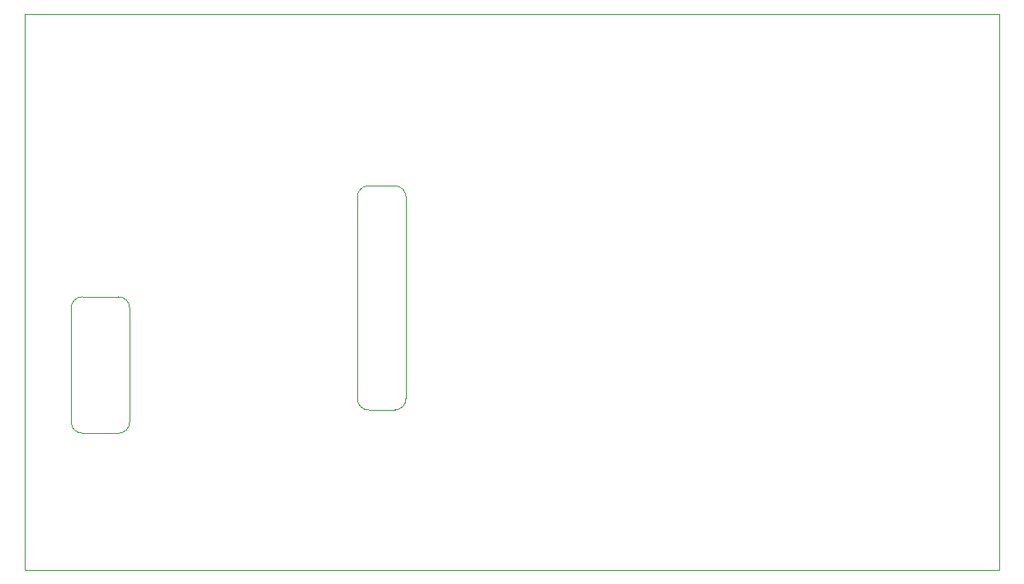
<source format=gm1>
%TF.GenerationSoftware,KiCad,Pcbnew,(5.1.10)-1*%
%TF.CreationDate,2021-07-15T23:48:19-07:00*%
%TF.ProjectId,esp32_sensor,65737033-325f-4736-956e-736f722e6b69,rev?*%
%TF.SameCoordinates,Original*%
%TF.FileFunction,Profile,NP*%
%FSLAX46Y46*%
G04 Gerber Fmt 4.6, Leading zero omitted, Abs format (unit mm)*
G04 Created by KiCad (PCBNEW (5.1.10)-1) date 2021-07-15 23:48:19*
%MOMM*%
%LPD*%
G01*
G04 APERTURE LIST*
%TA.AperFunction,Profile*%
%ADD10C,0.050000*%
%TD*%
%TA.AperFunction,Profile*%
%ADD11C,0.100000*%
%TD*%
G04 APERTURE END LIST*
D10*
X69108845Y-69418701D02*
G75*
G02*
X67970000Y-70610000I-1138845J-51299D01*
G01*
X65301299Y-70608845D02*
X67970000Y-70610000D01*
X65301299Y-70608845D02*
G75*
G02*
X64110000Y-69470000I-51299J1138845D01*
G01*
X67918701Y-47611155D02*
G75*
G02*
X69110000Y-48750000I51299J-1138845D01*
G01*
X65250000Y-47610000D02*
X67918701Y-47611155D01*
X64110000Y-69470000D02*
X64111155Y-48801299D01*
X64111155Y-48801299D02*
G75*
G02*
X65250000Y-47610000I1138845J51299D01*
G01*
X69108845Y-69418701D02*
X69110000Y-48750000D01*
X40748845Y-71808701D02*
G75*
G02*
X39610000Y-73000000I-1138845J-51299D01*
G01*
X35941299Y-72998845D02*
G75*
G02*
X34750000Y-71860000I-51299J1138845D01*
G01*
X39558701Y-59001155D02*
G75*
G02*
X40750000Y-60140000I51299J-1138845D01*
G01*
X34751155Y-60191299D02*
G75*
G02*
X35890000Y-59000000I1138845J51299D01*
G01*
X35890000Y-59000000D02*
X39558701Y-59001155D01*
X35941299Y-72998845D02*
X39610000Y-73000000D01*
X34750000Y-71860000D02*
X34751155Y-60191299D01*
X40748845Y-71808701D02*
X40750000Y-60140000D01*
D11*
X130000000Y-30000000D02*
X130000000Y-87000000D01*
X30000000Y-30000000D02*
X130000000Y-30000000D01*
X30000000Y-87000000D02*
X30000000Y-30000000D01*
X130000000Y-87000000D02*
X30000000Y-87000000D01*
M02*

</source>
